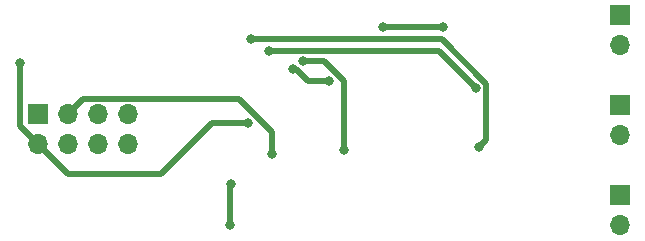
<source format=gbr>
%TF.GenerationSoftware,KiCad,Pcbnew,5.99.0-unknown-1463dd1~101~ubuntu20.04.1*%
%TF.CreationDate,2020-07-08T00:12:39-04:00*%
%TF.ProjectId,Metal Detector,4d657461-6c20-4446-9574-6563746f722e,rev?*%
%TF.SameCoordinates,Original*%
%TF.FileFunction,Copper,L2,Bot*%
%TF.FilePolarity,Positive*%
%FSLAX46Y46*%
G04 Gerber Fmt 4.6, Leading zero omitted, Abs format (unit mm)*
G04 Created by KiCad (PCBNEW 5.99.0-unknown-1463dd1~101~ubuntu20.04.1) date 2020-07-08 00:12:39*
%MOMM*%
%LPD*%
G01*
G04 APERTURE LIST*
%TA.AperFunction,ComponentPad*%
%ADD10O,1.700000X1.700000*%
%TD*%
%TA.AperFunction,ComponentPad*%
%ADD11R,1.700000X1.700000*%
%TD*%
%TA.AperFunction,ViaPad*%
%ADD12C,0.800000*%
%TD*%
%TA.AperFunction,Conductor*%
%ADD13C,0.500000*%
%TD*%
G04 APERTURE END LIST*
D10*
%TO.P,J1,8,Pin_8*%
%TO.N,TX*%
X186944000Y-103632000D03*
%TO.P,J1,7,Pin_7*%
%TO.N,RX*%
X186944000Y-101092000D03*
%TO.P,J1,6,Pin_6*%
%TO.N,GND*%
X184404000Y-103632000D03*
%TO.P,J1,5,Pin_5*%
%TO.N,reset*%
X184404000Y-101092000D03*
%TO.P,J1,4,Pin_4*%
%TO.N,MOSI*%
X181864000Y-103632000D03*
%TO.P,J1,3,Pin_3*%
%TO.N,SCK*%
X181864000Y-101092000D03*
%TO.P,J1,2,Pin_2*%
%TO.N,+5V*%
X179324000Y-103632000D03*
D11*
%TO.P,J1,1,Pin_1*%
%TO.N,MISO*%
X179324000Y-101092000D03*
%TD*%
D10*
%TO.P,coil2,2,2*%
%TO.N,GND*%
X228600000Y-110490000D03*
D11*
%TO.P,coil2,1,1*%
%TO.N,Net-(D3-Pad2)*%
X228600000Y-107950000D03*
%TD*%
D10*
%TO.P,coil3,2,2*%
%TO.N,GND*%
X228600000Y-95250000D03*
D11*
%TO.P,coil3,1,1*%
%TO.N,Net-(D4-Pad2)*%
X228600000Y-92710000D03*
%TD*%
D10*
%TO.P,coil1,2,2*%
%TO.N,GND*%
X228600000Y-102870000D03*
D11*
%TO.P,coil1,1,1*%
%TO.N,Net-(D2-Pad2)*%
X228600000Y-100330000D03*
%TD*%
D12*
%TO.N,A1*%
X213614000Y-93726000D03*
X208534000Y-93726000D03*
%TO.N,A5*%
X197358000Y-94742000D03*
X216662000Y-103886000D03*
%TO.N,A4*%
X205232000Y-104140000D03*
X201777727Y-96608000D03*
%TO.N,A3*%
X198882000Y-95758000D03*
X216408000Y-98915500D03*
%TO.N,A2*%
X200914000Y-97282000D03*
X203962000Y-98298000D03*
%TO.N,Net-(R1-Pad1)*%
X195580000Y-110490000D03*
X195633989Y-106967698D03*
%TO.N,+5V*%
X177800000Y-96774000D03*
%TO.N,SCK*%
X199138054Y-104450000D03*
%TO.N,+5V*%
X197104000Y-101854000D03*
%TD*%
D13*
%TO.N,A1*%
X213614000Y-93726000D02*
X208534000Y-93726000D01*
%TO.N,A5*%
X217258001Y-98507499D02*
X213492502Y-94742000D01*
X213492502Y-94742000D02*
X197358000Y-94742000D01*
X217258001Y-103289999D02*
X217258001Y-98507499D01*
X216662000Y-103886000D02*
X217258001Y-103289999D01*
%TO.N,A4*%
X205232000Y-98309998D02*
X203530002Y-96608000D01*
X205232000Y-104140000D02*
X205232000Y-98309998D01*
X203530002Y-96608000D02*
X201777727Y-96608000D01*
%TO.N,A3*%
X213250500Y-95758000D02*
X198882000Y-95758000D01*
X216408000Y-98915500D02*
X213250500Y-95758000D01*
%TO.N,A2*%
X203962000Y-98298000D02*
X202184000Y-98298000D01*
X201168000Y-97282000D02*
X200914000Y-97282000D01*
X202184000Y-98298000D02*
X201168000Y-97282000D01*
%TO.N,Net-(R1-Pad1)*%
X195580000Y-110490000D02*
X195580000Y-107021687D01*
X195580000Y-107021687D02*
X195633989Y-106967698D01*
%TO.N,+5V*%
X179324000Y-103632000D02*
X179324000Y-103602002D01*
X177800000Y-102078002D02*
X177800000Y-96774000D01*
X179324000Y-103602002D02*
X177800000Y-102078002D01*
%TO.N,SCK*%
X183164001Y-99791999D02*
X196300001Y-99791999D01*
X181864000Y-101092000D02*
X183164001Y-99791999D01*
X199138054Y-102630052D02*
X199138054Y-104450000D01*
X196300001Y-99791999D02*
X199138054Y-102630052D01*
%TO.N,+5V*%
X181864000Y-106172000D02*
X189738000Y-106172000D01*
X189738000Y-106172000D02*
X194056000Y-101854000D01*
X179324000Y-103632000D02*
X181864000Y-106172000D01*
X194056000Y-101854000D02*
X197104000Y-101854000D01*
%TD*%
M02*

</source>
